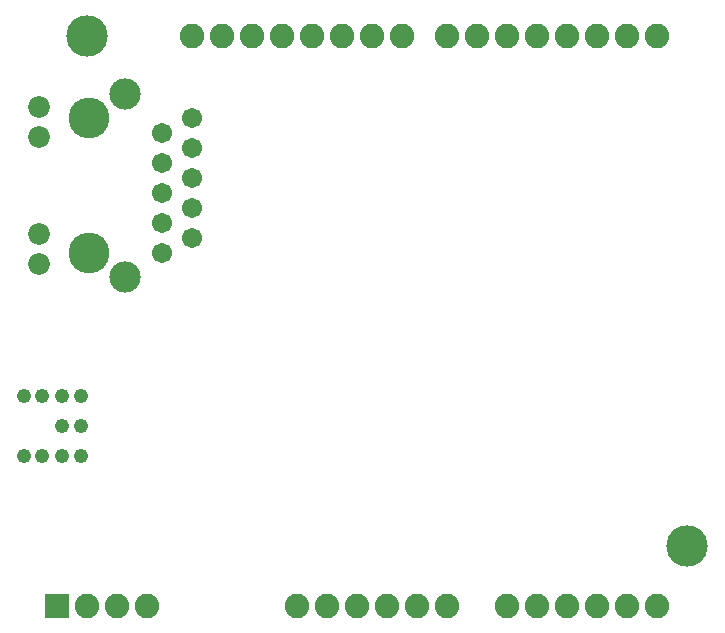
<source format=gbr>
G04 EAGLE Gerber RS-274X export*
G75*
%MOMM*%
%FSLAX34Y34*%
%LPD*%
%INSoldermask Bottom*%
%IPPOS*%
%AMOC8*
5,1,8,0,0,1.08239X$1,22.5*%
G01*
%ADD10C,2.082800*%
%ADD11C,3.505200*%
%ADD12C,2.648200*%
%ADD13C,1.702800*%
%ADD14C,1.832800*%
%ADD15C,3.453200*%
%ADD16R,2.082800X2.082800*%
%ADD17C,1.219200*%


D10*
X241300Y25400D03*
X266700Y25400D03*
X292100Y25400D03*
X317500Y25400D03*
X342900Y25400D03*
X368300Y25400D03*
X419100Y25400D03*
X444500Y25400D03*
X469900Y25400D03*
X495300Y25400D03*
X520700Y25400D03*
X546100Y25400D03*
X546100Y508000D03*
X520700Y508000D03*
X495300Y508000D03*
X469900Y508000D03*
X444500Y508000D03*
X419100Y508000D03*
X393700Y508000D03*
X368300Y508000D03*
X330200Y508000D03*
X304800Y508000D03*
X279400Y508000D03*
X254000Y508000D03*
X228600Y508000D03*
X203200Y508000D03*
X177800Y508000D03*
X152400Y508000D03*
D11*
X571500Y76200D03*
X63500Y508000D03*
D12*
X95200Y303550D03*
X95200Y458450D03*
D13*
X152400Y387400D03*
X127000Y400100D03*
X127000Y425500D03*
X127000Y374700D03*
X127000Y349300D03*
X127000Y323900D03*
X152400Y412800D03*
X152400Y438200D03*
X152400Y362000D03*
X152400Y336600D03*
D14*
X22700Y314750D03*
X22700Y447250D03*
X22700Y421850D03*
X22700Y340150D03*
D15*
X64700Y323850D03*
X64700Y438150D03*
D16*
X38100Y25400D03*
D10*
X63500Y25400D03*
X88900Y25400D03*
X114300Y25400D03*
D17*
X41910Y203200D03*
X58420Y203200D03*
X25400Y203200D03*
X25400Y152400D03*
X41910Y177800D03*
X58420Y177800D03*
X10160Y203200D03*
X10160Y152400D03*
X41910Y152400D03*
X58420Y152400D03*
M02*

</source>
